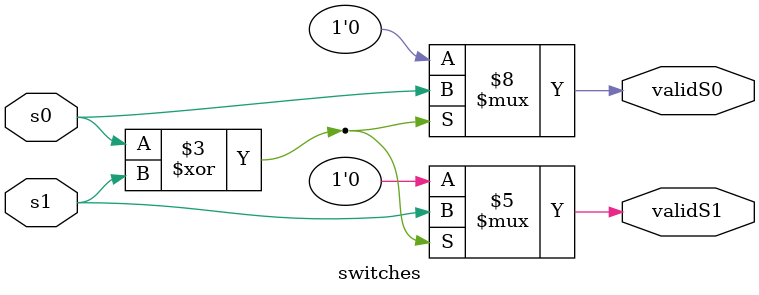
<source format=v>
module switches(s0, s1, validS0, validS1);

//s0 = PIN_J6
//s1 = PIN_H5
input s0, s1;

output reg validS0, validS1;

always
begin
	if (s0 ^ s1 == 1)
	begin
		validS0 = s0;
		validS1 = s1;
	end

	else 
	begin
		validS0 = 0;
		validS1 = 0;
	end
end

endmodule
</source>
